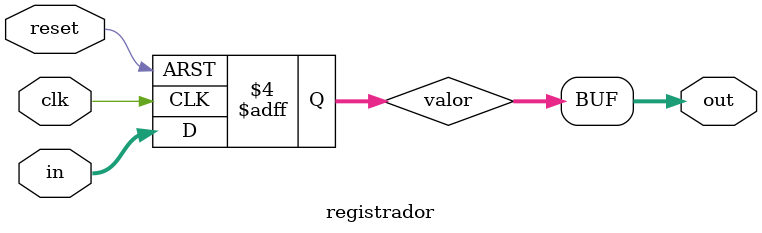
<source format=v>

module custom_logic_top(

   input clk_input,
   input rst_n_input,

   output master_clk,
   output master_rst_n,

   output reg master_read,
   output reg master_write,

   output reg [9:0] master_address,

   input [31:0] master_readdata,
   output reg [31:0] master_writedata,

   input master_waitrequest,
   output [3:0] master_byteen,

   input [31:0] command_port,
   output reg [31:0] status_port,

   input [17:0] switch_entrada_input,
   output [31:0] debug
   );

wire clk;
wire rst_n;

assign clk = clk_input;
assign rst_n = rst_n_input;

// para a interface avalon
assign master_clk = clk_input;
assign master_rst_n = (rst_n_input & resetn_interno_reg);
assign master_byteen = 4'b1111;

// offsets para as posicoes dos dados de
// entrada e saida na memoria interna
parameter OFFSET_ENTRADA = 0,
          OFFSET_SAIDA = 512;

// Estados da FSM (codificados em one-hot)
parameter ESPERANDO  = 4'b0001,
          CARREGANDO = 4'b0010,
          CALCULANDO = 4'b0100,
          PRONTO     = 4'b1000;

// NUMERO DE AMOSTRAS (int32) DO BLOCO DE DADOS
parameter SIZE = 16'd128;

reg [3:0] estado;
reg [15:0] posicao;

reg cmd_executar;

reg enable_calcular;
reg reset_filtro;

reg resetn_interno_reg;

reg [31:0] mem [0:2047];

reg [31:0] filtro_in;

//reg [31:0] correcao;

// controlador baseado em FSM
always@(posedge clk) begin

   //correcao <= {14'd0, switch_entrada_input};
   cmd_executar <= command_port[0];

   if(~rst_n) begin  // reset
      estado <= ESPERANDO;
      resetn_interno_reg <= 1;
      filtro_in <= 32'd0;
      enable_calcular <= 0;
   end
   else begin
      case(estado)
         ESPERANDO:
            begin 
               if(cmd_executar) begin
                  estado <= CARREGANDO;
                  master_write <= 0;
                  master_read <= 1;
                  master_address <= OFFSET_ENTRADA;
                  posicao <= 0;
                  status_port <= 0;
                  reset_filtro <= 1;
               end
               else begin
                  estado <= ESPERANDO;
                  master_write <= 0;
                  master_read <= 0;
                  enable_calcular <= 0;
                  reset_filtro <= 0;
               end
            end
         CARREGANDO:
            begin                              
               reset_filtro <= 0;

               mem[posicao] <= master_readdata;

               if( posicao == (SIZE-1) ) begin
                  estado <= CALCULANDO;
                  posicao <= 0;
                  enable_calcular <= 1;
                  filtro_in <= mem[0]; // necessario, filtro tem atraso de 1 pulso
                  master_write <= 0;
                  master_read <= 0;
                  master_address <= 0;
                  master_writedata <= 0;
               end
               else begin
                  estado <= CARREGANDO;
                  master_write <= 0;
                  master_read <= 1;
                  master_address <= (OFFSET_ENTRADA + posicao*4 + 4);
                  posicao <= posicao+1;
               end
            end
         CALCULANDO:
            begin
               if( posicao == (SIZE-1) ) begin
                  estado <= PRONTO;
                  master_write <= 1;
                  master_read <= 0;
                  master_address <= (OFFSET_SAIDA + posicao*4);
                  master_writedata <= filtro_out;
                  posicao <= posicao+1;
                  enable_calcular <= 0;
                  filtro_in <= 0;
               end
               else begin
                  estado <= CALCULANDO;
                  master_write <= 1;
                  master_read <= 0;
                  master_address <= (OFFSET_SAIDA + posicao*4);
                  master_writedata <= filtro_out; // ja ha valor no 1o pulso do estado
                  posicao <= posicao+1;
                  enable_calcular <= 1;
                  filtro_in <= mem[posicao+1];
               end
            end
         PRONTO:
            begin
               status_port <= 32'd1; // indica conclusao ao processo
               resetn_interno_reg <= 0; // necessario para destravar o app

               master_write <= 0;
               master_read <= 0;
               master_address <= 0;
               master_writedata <= 0;
               posicao <= 0;
               enable_calcular <= 0;
               filtro_in <= 0;

               if(~cmd_executar) begin
                  estado <= ESPERANDO;
               end
               else begin
                  estado <= PRONTO;
               end
            end
         default:
            estado <= ESPERANDO;
      endcase
   end
end

wire [31:0] filtro_out;

filtro f0 ( .clk(clk),
            .reset( ~rst_n_input | reset_filtro ),
            .enable(enable_calcular),
            .entrada( filtro_in ),
            .saida( filtro_out ) //,
            //.correcao( correcao )
          );

/*************************************************************/
// Debug Data
/*************************************************************/
wire [7:0] debug_b3, debug_b2, debug_b1, debug_b0;

assign debug_b0 = 8'd0;
assign debug_b1 = 8'd0;
assign debug_b2 = 8'd0;
assign debug_b3 = {rst_n_input, 3'b000, estado[3:0]};

assign debug = {debug_b3, debug_b2, debug_b1, debug_b0};
/*************************************************************/

endmodule


/////////////////////////////////////////////////
// A PARTIR DAQUI
// Modulos separados que eu fiz
/////////////////////////////////////////////////



// filtro fir
module filtro(
   input clk,
   input reset,
   input enable,
   input [31:0] entrada,
   output reg [31:0] saida //,
   //input [31:0] correcao
   );

   // numero de coeficientes do filtro
   parameter N = 13;

   // coeficientes do filtro (literal de 32 bits em decimal é padrão no verilog)
   parameter
      C0  = -24738871,
      C1  = -112681234,
      C2  = -170991139,
      C3  = -74200673,
      C4  = 241328526,
      C5  = 620061218,
      C6  = 792031499,
      C7  = 620061218,
      C8  = 241328526,
      C9  = -74200673,
      C10 = -170991139,
      C11 = -112681234,
      C12 = -24738871;
   
   reg [31:0] buff [0:N-1];
   
   wire [63:0] p0, p1, p2, p3, p4, p5;
   wire [63:0] p0p1, p2p3, p4p5;
   wire [63:0] soma;
   
   assign p0 = buff[0]*C0 + buff[1]*C1;
   assign p1 = buff[2]*C2 + buff[3]*C3;
   assign p2 = buff[4]*C4 + buff[5]*C5;
   assign p3 = buff[6]*C6 + buff[7]*C7;
   assign p4 = buff[8]*C8 + buff[9]*C9;
   assign p5 = buff[10]*C10 + buff[11]*C11 + buff[12]*C12;
   
   assign p0p1 = p0 + p1;
   assign p2p3 = p2 + p3;
   assign p4p5 = p4 + p5;
   
   assign soma = p0p1 + p2p3 + p4p5 + 64'h0000_0000_8000_0000;

   integer i, k;
   
   // por a entrada no buffer
   // e atualizar a saida
   always @(posedge clk or posedge reset) begin
      if (reset) begin

         for ( i=0 ; i<N ; i=i+1 ) begin
            buff[i] <= 32'd0;
         end
         
         saida <= 32'd0;
      end
      else if (enable) begin

         for ( k=1 ; k<N ; k=k+1 ) begin
            buff[k-1] <= buff[k];
         end
         
         buff[N-1] <= entrada;
         
         saida = soma[63:32];
      end
      
   end

endmodule

module registrador(
   input clk,
   input reset,
   input [31:0] in,
   output [31:0] out
   );
   
   reg  [31:0] valor;
   
   assign out = valor;

   always @(posedge clk or posedge reset) begin
      if(reset) begin
         valor <= 32'd0;
      end
      else begin
         valor <= in;
      end
   end
   
endmodule

</source>
